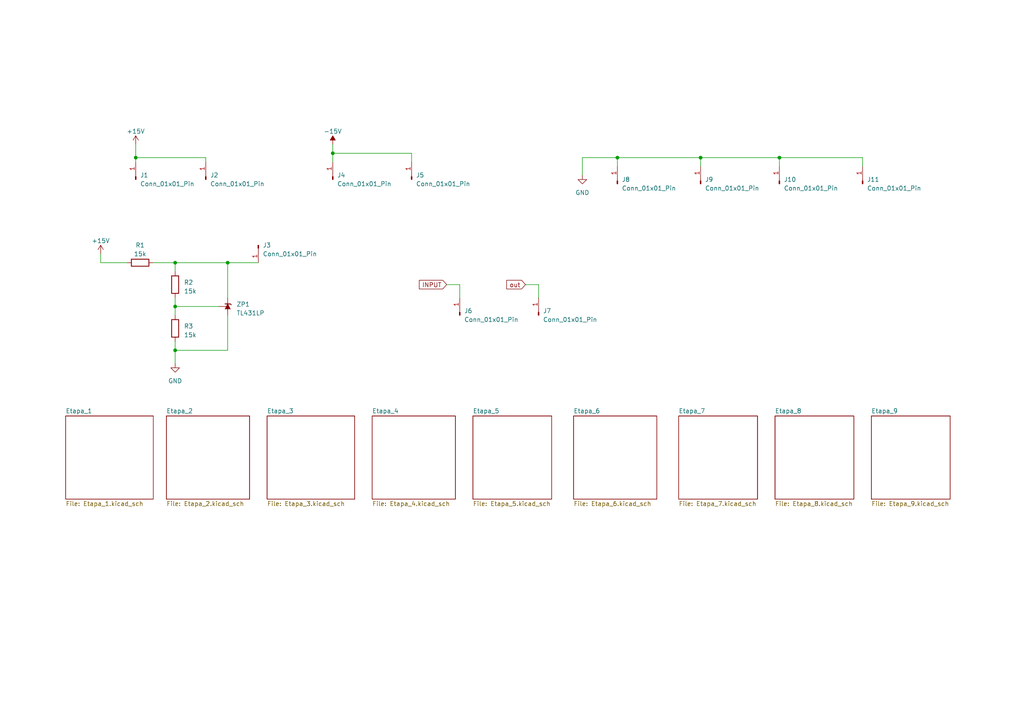
<source format=kicad_sch>
(kicad_sch (version 20230121) (generator eeschema)
  (paper "A4")
  (lib_symbols
    (symbol "Connector:Conn_01x01_Pin" (pin_names (offset 1.016) hide)
      (property "Reference" "J" (at 0 2.54 0))
      (property "Value" "Conn_01x01_Pin" (at 0 -2.54 0))
      (symbol "Conn_01x01_Pin_1_1"
        (polyline (pts (xy 1.27 0) (xy 0.8636 0)) (stroke (width 0.1524)))
        (rectangle (start 0.8636 0.127) (end 0 -0.127) (stroke (width 0.1524)) (fill (type outline)))
        (pin passive line (at 5.08 0 180) (length 3.81) (name "Pin_1") (number "1"))
      )
    )
    (symbol "Device:R" (pin_numbers hide) (pin_names (offset 0))
      (property "Reference" "R" (at 2.032 0 90))
      (property "Value" "R" (at 0 0 90))
      (symbol "R_0_1"
        (rectangle (start -1.016 -2.54) (end 1.016 2.54) (stroke (width 0.254)))
      )
      (symbol "R_1_1"
        (pin passive line (at 0 3.81 270) (length 1.27) (name "~") (number "1"))
        (pin passive line (at 0 -3.81 90) (length 1.27) (name "~") (number "2"))
      )
    )
    (symbol "Reference_Voltage:TL431LP" (pin_numbers hide) (pin_names hide)
      (property "Reference" "U" (at -2.54 2.54 0))
      (property "Value" "TL431LP" (at 0 -2.54 0))
      (symbol "TL431LP_0_1"
        (polyline (pts (xy -1.27 0) (xy 0 0) (xy 1.27 0)))
        (polyline (pts (xy -0.762 0.762) (xy 0.762 0) (xy -0.762 -0.762)) (fill (type outline)))
        (polyline (pts (xy 0.508 -1.016) (xy 0.762 -0.762) (xy 0.762 0.762) (xy 0.762 0.762)) (stroke (width 0.254)))
      )
      (symbol "TL431LP_1_1"
        (pin passive line (at 0 2.54 270) (length 2.54) (name "REF") (number "1"))
        (pin passive line (at -2.54 0 0) (length 2.54) (name "A") (number "2"))
        (pin passive line (at 2.54 0 180) (length 2.54) (name "K") (number "3"))
      )
    )
    (symbol "power:+15V" (power) (pin_names (offset 0))
      (property "Value" "+15V" (at 0 3.556 0))
      (symbol "+15V_0_1"
        (polyline (pts (xy -0.762 1.27) (xy 0 2.54)))
        (polyline (pts (xy 0 0) (xy 0 2.54)))
        (polyline (pts (xy 0 2.54) (xy 0.762 1.27)))
      )
      (symbol "+15V_1_1"
        (pin power_in line (at 0 0 90) (length 0) hide (name "+15V") (number "1"))
      )
    )
    (symbol "power:-15V" (power) (pin_names (offset 0))
      (property "Value" "-15V" (at 0 3.81 0))
      (symbol "-15V_0_0"
        (pin power_in line (at 0 0 90) (length 0) hide (name "-15V") (number "1"))
      )
      (symbol "-15V_0_1"
        (polyline (pts (xy 0 0) (xy 0 1.27) (xy 0.762 1.27) (xy 0 2.54) (xy -0.762 1.27) (xy 0 1.27)) (fill (type outline)))
      )
    )
    (symbol "power:GND" (power) (pin_names (offset 0))
      (property "Value" "GND" (at 0 -3.81 0))
      (symbol "GND_0_1"
        (polyline (pts (xy 0 0) (xy 0 -1.27) (xy 1.27 -1.27) (xy 0 -2.54) (xy -1.27 -1.27) (xy 0 -1.27)))
      )
      (symbol "GND_1_1"
        (pin power_in line (at 0 0 270) (length 0) hide (name "GND") (number "1"))
      )
    )
  )
  (junction (at 96.52 44.45))
  (junction (at 226.06 45.72))
  (junction (at 50.8 101.6))
  (junction (at 66.04 76.2))
  (junction (at 50.8 76.2))
  (junction (at 179.07 45.72))
  (junction (at 50.8 88.9))
  (junction (at 203.2 45.72))
  (junction (at 39.37 45.72))
  (wire (pts (xy 39.37 45.72) (xy 59.69 45.72)))
  (wire (pts (xy 156.21 82.55) (xy 152.4 82.55)))
  (wire (pts (xy 156.21 86.36) (xy 156.21 82.55)))
  (wire (pts (xy 66.04 76.2) (xy 74.93 76.2)))
  (wire (pts (xy 168.91 50.8) (xy 168.91 45.72)))
  (wire (pts (xy 66.04 76.2) (xy 66.04 86.36)))
  (wire (pts (xy 50.8 76.2) (xy 50.8 78.74)))
  (wire (pts (xy 203.2 45.72) (xy 226.06 45.72)))
  (wire (pts (xy 96.52 41.91) (xy 96.52 44.45)))
  (wire (pts (xy 179.07 45.72) (xy 203.2 45.72)))
  (wire (pts (xy 168.91 45.72) (xy 179.07 45.72)))
  (wire (pts (xy 96.52 44.45) (xy 119.38 44.45)))
  (wire (pts (xy 66.04 101.6) (xy 50.8 101.6)))
  (wire (pts (xy 96.52 44.45) (xy 96.52 46.99)))
  (wire (pts (xy 29.21 73.66) (xy 29.21 76.2)))
  (wire (pts (xy 66.04 91.44) (xy 66.04 101.6)))
  (wire (pts (xy 226.06 45.72) (xy 226.06 48.26)))
  (wire (pts (xy 50.8 101.6) (xy 50.8 105.41)))
  (wire (pts (xy 39.37 45.72) (xy 39.37 46.99)))
  (wire (pts (xy 50.8 76.2) (xy 66.04 76.2)))
  (wire (pts (xy 50.8 88.9) (xy 63.5 88.9)))
  (wire (pts (xy 50.8 88.9) (xy 50.8 91.44)))
  (wire (pts (xy 44.45 76.2) (xy 50.8 76.2)))
  (wire (pts (xy 119.38 46.99) (xy 119.38 44.45)))
  (wire (pts (xy 226.06 45.72) (xy 250.19 45.72)))
  (wire (pts (xy 50.8 86.36) (xy 50.8 88.9)))
  (wire (pts (xy 133.35 82.55) (xy 129.54 82.55)))
  (wire (pts (xy 29.21 76.2) (xy 36.83 76.2)))
  (wire (pts (xy 133.35 86.36) (xy 133.35 82.55)))
  (wire (pts (xy 203.2 45.72) (xy 203.2 48.26)))
  (wire (pts (xy 39.37 41.91) (xy 39.37 45.72)))
  (wire (pts (xy 59.69 46.99) (xy 59.69 45.72)))
  (wire (pts (xy 179.07 45.72) (xy 179.07 48.26)))
  (wire (pts (xy 250.19 45.72) (xy 250.19 48.26)))
  (wire (pts (xy 50.8 99.06) (xy 50.8 101.6)))
  (global_label "out" (shape input) (at 152.4 82.55 180) (property "Intersheetrefs" "${INTERSHEET_REFS}" (effects hide)))
  (global_label "INPUT" (shape input) (at 129.54 82.55 180) (property "Intersheetrefs" "${INTERSHEET_REFS}" (effects hide)))
  (symbol (lib_id "Connector:Conn_01x01_Pin") (at 39.37 52.07 90) (unit 1)
    (property "Reference" "J1" (at 40.64 50.8 90) (effects (justify right)))
    (property "Value" "Conn_01x01_Pin" (at 40.64 53.34 90) (effects (justify right)))
    (property "Footprint" "Connector_PinHeader_2.00mm:PinHeader_1x01_P2.00mm_Vertical" (effects hide))
  )
  (symbol (lib_id "Connector:Conn_01x01_Pin") (at 226.06 53.34 90) (unit 1)
    (property "Reference" "J10" (at 227.33 52.07 90) (effects (justify right)))
    (property "Value" "Conn_01x01_Pin" (at 227.33 54.61 90) (effects (justify right)))
    (property "Footprint" "Connector_PinHeader_2.00mm:PinHeader_1x01_P2.00mm_Vertical" (effects hide))
  )
  (symbol (lib_id "Connector:Conn_01x01_Pin") (at 119.38 52.07 90) (unit 1)
    (property "Reference" "J5" (at 120.65 50.8 90) (effects (justify right)))
    (property "Value" "Conn_01x01_Pin" (at 120.65 53.34 90) (effects (justify right)))
    (property "Footprint" "Connector_PinHeader_2.00mm:PinHeader_1x01_P2.00mm_Vertical" (effects hide))
  )
  (symbol (lib_id "Device:R") (at 40.64 76.2 90) (unit 1)
    (property "Reference" "R1" (at 40.64 71.12 90))
    (property "Value" "15k" (at 40.64 73.66 90))
    (property "Footprint" "Resistor_THT:R_Axial_DIN0207_L6.3mm_D2.5mm_P10.16mm_Horizontal" (effects hide))
  )
  (symbol (lib_id "Connector:Conn_01x01_Pin") (at 59.69 52.07 90) (unit 1)
    (property "Reference" "J2" (at 60.96 50.8 90) (effects (justify right)))
    (property "Value" "Conn_01x01_Pin" (at 60.96 53.34 90) (effects (justify right)))
    (property "Footprint" "Connector_PinHeader_2.00mm:PinHeader_1x01_P2.00mm_Vertical" (effects hide))
  )
  (symbol (lib_id "Connector:Conn_01x01_Pin") (at 203.2 53.34 90) (unit 1)
    (property "Reference" "J9" (at 204.47 52.07 90) (effects (justify right)))
    (property "Value" "Conn_01x01_Pin" (at 204.47 54.61 90) (effects (justify right)))
    (property "Footprint" "Connector_PinHeader_2.00mm:PinHeader_1x01_P2.00mm_Vertical" (effects hide))
  )
  (symbol (lib_id "power:+15V") (at 29.21 73.66 0) (unit 1)
    (property "Reference" "#PWR01" (effects hide))
    (property "Value" "+15V" (at 29.21 69.85 0))
  )
  (symbol (lib_id "Connector:Conn_01x01_Pin") (at 96.52 52.07 90) (unit 1)
    (property "Reference" "J4" (at 97.79 50.8 90) (effects (justify right)))
    (property "Value" "Conn_01x01_Pin" (at 97.79 53.34 90) (effects (justify right)))
    (property "Footprint" "Connector_PinHeader_2.00mm:PinHeader_1x01_P2.00mm_Vertical" (effects hide))
  )
  (symbol (lib_id "Connector:Conn_01x01_Pin") (at 133.35 91.44 90) (unit 1)
    (property "Reference" "J6" (at 134.62 90.17 90) (effects (justify right)))
    (property "Value" "Conn_01x01_Pin" (at 134.62 92.71 90) (effects (justify right)))
    (property "Footprint" "Connector_PinHeader_2.00mm:PinHeader_1x01_P2.00mm_Vertical" (effects hide))
  )
  (symbol (lib_id "Connector:Conn_01x01_Pin") (at 156.21 91.44 90) (unit 1)
    (property "Reference" "J7" (at 157.48 90.17 90) (effects (justify right)))
    (property "Value" "Conn_01x01_Pin" (at 157.48 92.71 90) (effects (justify right)))
    (property "Footprint" "Connector_PinHeader_2.00mm:PinHeader_1x01_P2.00mm_Vertical" (effects hide))
  )
  (symbol (lib_id "Connector:Conn_01x01_Pin") (at 179.07 53.34 90) (unit 1)
    (property "Reference" "J8" (at 180.34 52.07 90) (effects (justify right)))
    (property "Value" "Conn_01x01_Pin" (at 180.34 54.61 90) (effects (justify right)))
    (property "Footprint" "Connector_PinHeader_2.00mm:PinHeader_1x01_P2.00mm_Vertical" (effects hide))
  )
  (symbol (lib_id "power:GND") (at 168.91 50.8 0) (unit 1)
    (property "Reference" "#PWR05" (effects hide))
    (property "Value" "GND" (at 168.91 55.88 0))
  )
  (symbol (lib_id "Reference_Voltage:TL431LP") (at 66.04 88.9 90) (unit 1)
    (property "Reference" "ZP1" (at 68.58 88.265 90) (effects (justify right)))
    (property "Value" "TL431LP" (at 68.58 90.805 90) (effects (justify right)))
    (property "Footprint" "Package_TO_SOT_THT:TO-92L_Inline_Wide" (effects hide))
    (property "Datasheet" "http://www.ti.com/lit/ds/symlink/tl431.pdf" (effects hide))
  )
  (symbol (lib_id "Connector:Conn_01x01_Pin") (at 250.19 53.34 90) (unit 1)
    (property "Reference" "J11" (at 251.46 52.07 90) (effects (justify right)))
    (property "Value" "Conn_01x01_Pin" (at 251.46 54.61 90) (effects (justify right)))
    (property "Footprint" "Connector_PinHeader_2.00mm:PinHeader_1x01_P2.00mm_Vertical" (effects hide))
  )
  (symbol (lib_id "Device:R") (at 50.8 95.25 0) (unit 1)
    (property "Reference" "R3" (at 53.34 94.615 0) (effects (justify left)))
    (property "Value" "15k" (at 53.34 97.155 0) (effects (justify left)))
    (property "Footprint" "Resistor_THT:R_Axial_DIN0207_L6.3mm_D2.5mm_P10.16mm_Horizontal" (effects hide))
  )
  (symbol (lib_id "power:GND") (at 50.8 105.41 0) (unit 1)
    (property "Reference" "#PWR03" (effects hide))
    (property "Value" "GND" (at 50.8 110.49 0))
  )
  (symbol (lib_id "Connector:Conn_01x01_Pin") (at 74.93 71.12 270) (unit 1)
    (property "Reference" "J3" (at 76.2 71.12 90) (effects (justify left)))
    (property "Value" "Conn_01x01_Pin" (at 76.2 73.66 90) (effects (justify left)))
    (property "Footprint" "Connector_PinHeader_2.00mm:PinHeader_1x01_P2.00mm_Vertical" (effects hide))
  )
  (symbol (lib_id "power:-15V") (at 96.52 41.91 0) (unit 1)
    (property "Reference" "#PWR04" (effects hide))
    (property "Value" "-15V" (at 96.52 38.1 0))
  )
  (symbol (lib_id "power:+15V") (at 39.37 41.91 0) (unit 1)
    (property "Reference" "#PWR02" (effects hide))
    (property "Value" "+15V" (at 39.37 38.1 0))
  )
  (symbol (lib_id "Device:R") (at 50.8 82.55 0) (unit 1)
    (property "Reference" "R2" (at 53.34 81.915 0) (effects (justify left)))
    (property "Value" "15k" (at 53.34 84.455 0) (effects (justify left)))
    (property "Footprint" "Resistor_THT:R_Axial_DIN0207_L6.3mm_D2.5mm_P10.16mm_Horizontal" (effects hide))
  )
  (sheet (at 166.37 120.65) (size 24.13 24.13) (stroke (width 0.1524))
    (property "Sheetname" "Etapa_6" (at 166.37 119.9384 0) (effects (justify left bottom)))
    (property "Sheetfile" "Etapa_6.kicad_sch" (at 166.37 145.3646 0) (effects (justify left top)))
  )
  (sheet (at 252.73 120.65) (size 22.86 24.13) (stroke (width 0.1524))
    (property "Sheetname" "Etapa_9" (at 252.73 119.9384 0) (effects (justify left bottom)))
    (property "Sheetfile" "Etapa_9.kicad_sch" (at 252.73 145.3646 0) (effects (justify left top)))
  )
  (sheet (at 19.05 120.65) (size 25.4 24.13) (stroke (width 0.1524))
    (property "Sheetname" "Etapa_1" (at 19.05 119.9384 0) (effects (justify left bottom)))
    (property "Sheetfile" "Etapa_1.kicad_sch" (at 19.05 145.3646 0) (effects (justify left top)))
  )
  (sheet (at 107.95 120.65) (size 24.13 24.13) (stroke (width 0.1524))
    (property "Sheetname" "Etapa_4" (at 107.95 119.9384 0) (effects (justify left bottom)))
    (property "Sheetfile" "Etapa_4.kicad_sch" (at 107.95 145.3646 0) (effects (justify left top)))
  )
  (sheet (at 137.16 120.65) (size 22.86 24.13) (stroke (width 0.1524))
    (property "Sheetname" "Etapa_5" (at 137.16 119.9384 0) (effects (justify left bottom)))
    (property "Sheetfile" "Etapa_5.kicad_sch" (at 137.16 145.3646 0) (effects (justify left top)))
  )
  (sheet (at 196.85 120.65) (size 22.86 24.13) (stroke (width 0.1524))
    (property "Sheetname" "Etapa_7" (at 196.85 119.9384 0) (effects (justify left bottom)))
    (property "Sheetfile" "Etapa_7.kicad_sch" (at 196.85 145.3646 0) (effects (justify left top)))
  )
  (sheet (at 48.26 120.65) (size 24.13 24.13) (stroke (width 0.1524))
    (property "Sheetname" "Etapa_2" (at 48.26 119.9384 0) (effects (justify left bottom)))
    (property "Sheetfile" "Etapa_2.kicad_sch" (at 48.26 145.3646 0) (effects (justify left top)))
  )
  (sheet (at 224.79 120.65) (size 22.86 24.13) (stroke (width 0.1524))
    (property "Sheetname" "Etapa_8" (at 224.79 119.9384 0) (effects (justify left bottom)))
    (property "Sheetfile" "Etapa_8.kicad_sch" (at 224.79 145.3646 0) (effects (justify left top)))
  )
  (sheet (at 77.47 120.65) (size 25.4 24.13) (stroke (width 0.1524))
    (property "Sheetname" "Etapa_3" (at 77.47 119.9384 0) (effects (justify left bottom)))
    (property "Sheetfile" "Etapa_3.kicad_sch" (at 77.47 145.3646 0) (effects (justify left top)))
  )
)
</source>
